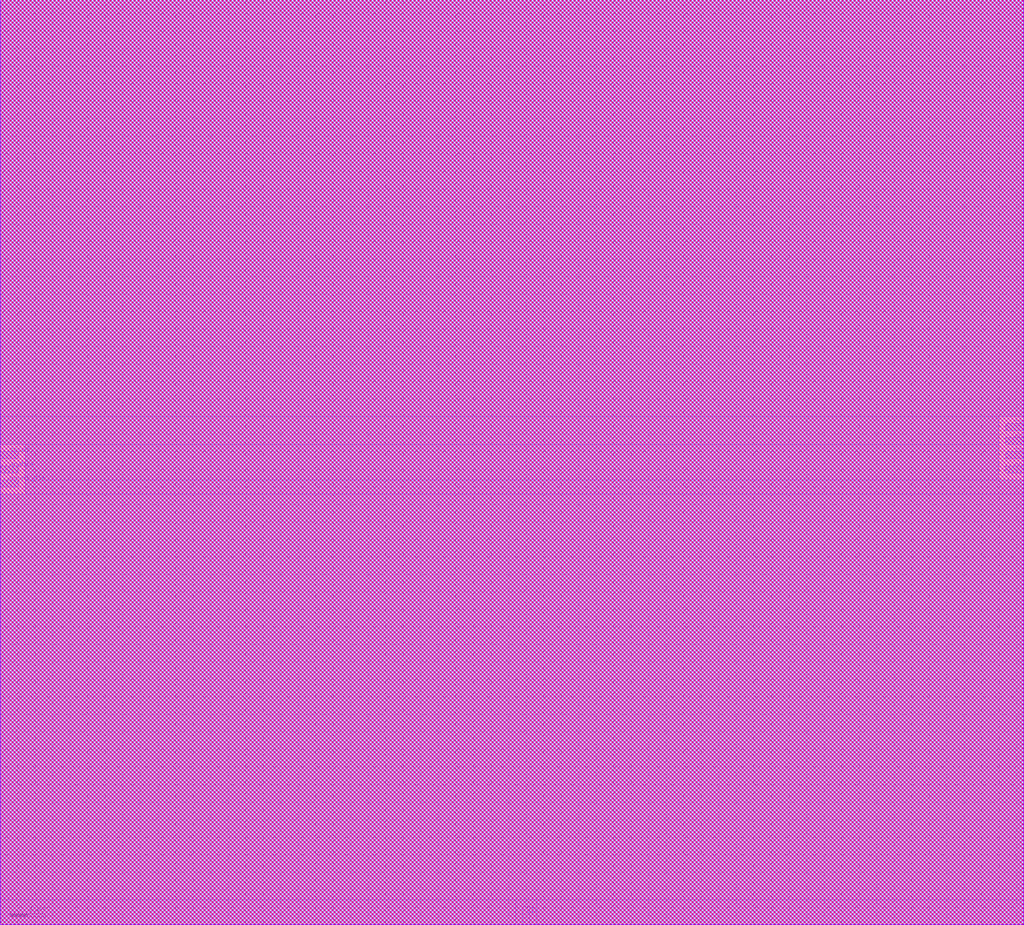
<source format=lef>
##
## LEF for PtnCells ;
## created by Innovus v20.11-s130_1 on Tue Jan  7 12:35:30 2025
##

VERSION 5.8 ;

BUSBITCHARS "[]" ;
DIVIDERCHAR "/" ;

MACRO counter4bit
  CLASS BLOCK ;
  SIZE 29.200000 BY 26.400000 ;
  FOREIGN counter4bit 0.000000 0.000000 ;
  ORIGIN 0 0 ;
  SYMMETRY X Y R90 ;
  PIN clk
    DIRECTION INPUT ;
    USE SIGNAL ;
    PORT
      LAYER metal2 ;
        RECT 14.900000 0.000000 15.100000 0.520000 ;
    END
  END clk
  PIN enable
    DIRECTION INPUT ;
    USE SIGNAL ;
    PORT
      LAYER metal3 ;
        RECT 0.000000 12.900000 0.520000 13.100000 ;
    END
  END enable
  PIN count_dir
    DIRECTION INPUT ;
    USE SIGNAL ;
    PORT
      LAYER metal3 ;
        RECT 0.000000 12.500000 0.520000 12.700000 ;
    END
  END count_dir
  PIN reset
    DIRECTION INPUT ;
    USE SIGNAL ;
    PORT
      LAYER metal3 ;
        RECT 0.000000 13.300000 0.520000 13.500000 ;
    END
  END reset
  PIN count[3]
    DIRECTION OUTPUT ;
    USE SIGNAL ;
    PORT
      LAYER metal3 ;
        RECT 28.680000 12.900000 29.200000 13.100000 ;
    END
  END count[3]
  PIN count[2]
    DIRECTION OUTPUT ;
    USE SIGNAL ;
    PORT
      LAYER metal3 ;
        RECT 28.680000 13.300000 29.200000 13.500000 ;
    END
  END count[2]
  PIN count[1]
    DIRECTION OUTPUT ;
    USE SIGNAL ;
    PORT
      LAYER metal3 ;
        RECT 28.680000 13.700000 29.200000 13.900000 ;
    END
  END count[1]
  PIN count[0]
    DIRECTION OUTPUT ;
    USE SIGNAL ;
    PORT
      LAYER metal3 ;
        RECT 28.680000 14.100000 29.200000 14.300000 ;
    END
  END count[0]
  OBS
    LAYER metal1 ;
      RECT 0.000000 0.000000 29.200000 26.400000 ;
    LAYER metal2 ;
      RECT 0.000000 0.720000 29.200000 26.400000 ;
      RECT 15.300000 0.000000 29.200000 0.720000 ;
      RECT 0.000000 0.000000 14.700000 0.720000 ;
    LAYER metal3 ;
      RECT 0.000000 14.500000 29.200000 26.400000 ;
      RECT 0.000000 13.700000 28.480000 14.500000 ;
      RECT 0.720000 12.700000 28.480000 13.700000 ;
      RECT 0.720000 12.300000 29.200000 12.700000 ;
      RECT 0.000000 0.000000 29.200000 12.300000 ;
    LAYER metal4 ;
      RECT 0.000000 0.000000 29.200000 26.400000 ;
    LAYER metal5 ;
      RECT 0.000000 0.000000 29.200000 26.400000 ;
    LAYER metal6 ;
      RECT 0.000000 0.000000 29.200000 26.400000 ;
    LAYER metal7 ;
      RECT 0.000000 0.000000 29.200000 26.400000 ;
    LAYER metal8 ;
      RECT 0.000000 0.000000 29.200000 26.400000 ;
  END
END counter4bit

END LIBRARY

</source>
